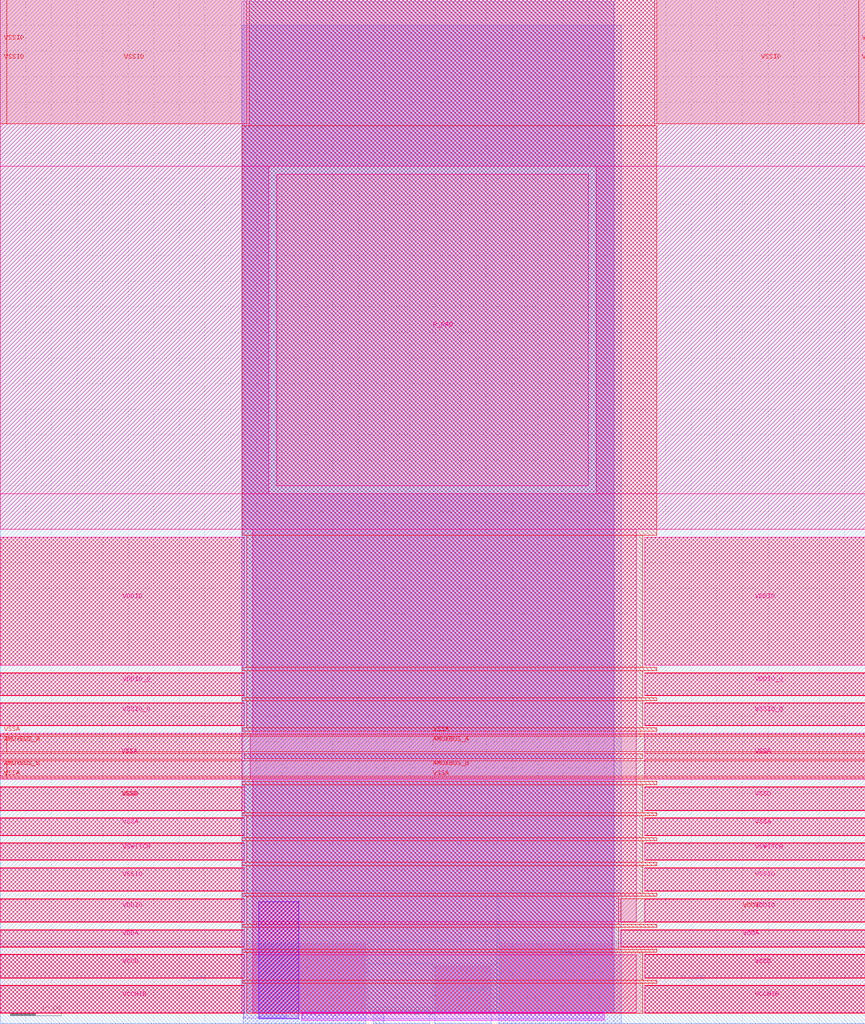
<source format=lef>
VERSION 5.7 ;
  NOWIREEXTENSIONATPIN ON ;
  DIVIDERCHAR "/" ;
  BUSBITCHARS "[]" ;
MACRO sky130_ef_io__top_power_hvc
  CLASS PAD POWER ;
  FOREIGN sky130_ef_io__top_power_hvc ;
  ORIGIN 0.000 -47.000 ;
  SIZE 169.000 BY 197.965 ;
  PIN AMUXBUS_A
    DIRECTION INOUT ;
    USE SIGNAL ;
    PORT
      LAYER met4 ;
        RECT 0.000 98.090 169.000 101.070 ;
    END
    PORT
      LAYER met4 ;
        RECT 0.000 98.090 1.270 101.070 ;
    END
  END AMUXBUS_A
  PIN AMUXBUS_B
    DIRECTION INOUT ;
    USE SIGNAL ;
    PORT
      LAYER met4 ;
        RECT 0.000 93.330 169.000 96.310 ;
    END
    PORT
      LAYER met4 ;
        RECT 0.000 93.330 1.270 96.310 ;
    END
  END AMUXBUS_B
  PIN DRN_HVC
    DIRECTION INOUT ;
    USE POWER ;
    PORT
      LAYER met2 ;
        RECT 97.390 44.965 121.290 70.625 ;
    END
    PORT
      LAYER met3 ;
        RECT 84.890 44.965 95.890 56.295 ;
    END
  END DRN_HVC
  PIN P_CORE
    DIRECTION INOUT ;
    USE POWER ;
    PORT
      LAYER met3 ;
        RECT 0.000 44.965 71.395 60.650 ;
    END
    PORT
      LAYER met3 ;
        RECT 97.390 44.965 169.000 60.650 ;
    END
  END P_CORE
  PIN P_PAD
    DIRECTION INOUT ;
    USE POWER ;
    PORT
      LAYER met5 ;
        RECT 54.050 150.085 114.890 210.910 ;
    END
  END P_PAD
  PIN SRC_BDY_HVC
    DIRECTION INOUT ;
    USE GROUND ;
    PORT
      LAYER met2 ;
        RECT 47.495 44.965 71.395 47.020 ;
    END
    PORT
      LAYER met3 ;
        RECT 72.895 44.965 83.895 47.690 ;
    END
  END SRC_BDY_HVC
  PIN VSSA
    DIRECTION INOUT ;
    USE GROUND ;
    PORT
      LAYER met5 ;
        RECT 125.885 92.700 169.000 101.700 ;
    END
    PORT
      LAYER met5 ;
        RECT 125.885 81.800 169.000 85.050 ;
    END
    PORT
      LAYER met4 ;
        RECT 125.885 96.610 169.000 97.790 ;
    END
    PORT
      LAYER met4 ;
        RECT 0.000 101.370 169.000 101.700 ;
    END
    PORT
      LAYER met4 ;
        RECT 0.000 92.700 169.000 93.030 ;
    END
    PORT
      LAYER met4 ;
        RECT 125.885 81.700 169.000 85.150 ;
    END
    PORT
      LAYER met5 ;
        RECT 0.000 92.700 47.240 101.700 ;
    END
    PORT
      LAYER met5 ;
        RECT 0.000 81.800 47.715 85.050 ;
    END
    PORT
      LAYER met4 ;
        RECT 0.000 92.700 1.270 93.030 ;
    END
    PORT
      LAYER met4 ;
        RECT 0.000 96.610 47.240 97.790 ;
    END
    PORT
      LAYER met4 ;
        RECT 0.000 101.370 1.270 101.700 ;
    END
    PORT
      LAYER met4 ;
        RECT 0.000 81.700 47.715 85.150 ;
    END
  END VSSA
  PIN VDDA
    DIRECTION INOUT ;
    USE POWER ;
    PORT
      LAYER met5 ;
        RECT 121.205 60.000 169.000 63.250 ;
    END
    PORT
      LAYER met4 ;
        RECT 121.205 59.900 169.000 63.350 ;
    END
    PORT
      LAYER met5 ;
        RECT 0.000 60.000 47.715 63.250 ;
    END
    PORT
      LAYER met4 ;
        RECT 0.000 59.900 47.715 63.350 ;
    END
  END VDDA
  PIN VSWITCH
    DIRECTION INOUT ;
    USE POWER ;
    PORT
      LAYER met5 ;
        RECT 125.885 76.950 169.000 80.200 ;
    END
    PORT
      LAYER met4 ;
        RECT 125.885 76.850 169.000 80.300 ;
    END
    PORT
      LAYER met5 ;
        RECT 0.000 76.950 47.715 80.200 ;
    END
    PORT
      LAYER met4 ;
        RECT 0.000 76.850 47.715 80.300 ;
    END
  END VSWITCH
  PIN VDDIO_Q
    DIRECTION INOUT ;
    USE POWER ;
    PORT
      LAYER met5 ;
        RECT 125.885 109.150 169.000 113.400 ;
    END
    PORT
      LAYER met4 ;
        RECT 125.885 109.050 169.000 113.500 ;
    END
    PORT
      LAYER met5 ;
        RECT 0.000 109.150 47.715 113.400 ;
    END
    PORT
      LAYER met4 ;
        RECT 0.000 109.050 47.715 113.500 ;
    END
  END VDDIO_Q
  PIN VCCHIB
    DIRECTION INOUT ;
    USE POWER ;
    PORT
      LAYER met5 ;
        RECT 125.885 47.100 169.000 52.350 ;
    END
    PORT
      LAYER met4 ;
        RECT 125.885 47.000 169.000 52.450 ;
    END
    PORT
      LAYER met5 ;
        RECT 0.000 47.100 47.715 52.350 ;
    END
    PORT
      LAYER met4 ;
        RECT 0.000 47.000 47.715 52.450 ;
    END
  END VCCHIB
  PIN VDDIO
    DIRECTION INOUT ;
    USE POWER ;
    PORT
      LAYER met5 ;
        RECT 125.885 115.000 169.000 139.950 ;
    END
    PORT
      LAYER met5 ;
        RECT 125.885 64.850 169.000 69.300 ;
    END
    PORT
      LAYER met4 ;
        RECT 121.205 64.750 169.000 69.400 ;
    END
    PORT
      LAYER met4 ;
        RECT 125.885 115.000 169.000 139.965 ;
    END
    PORT
      LAYER met5 ;
        RECT 0.000 115.000 47.715 139.950 ;
    END
    PORT
      LAYER met5 ;
        RECT 0.000 64.850 47.715 69.300 ;
    END
    PORT
      LAYER met4 ;
        RECT 0.000 64.750 47.715 69.400 ;
    END
    PORT
      LAYER met4 ;
        RECT 0.000 115.000 47.715 139.965 ;
    END
  END VDDIO
  PIN VCCD
    DIRECTION INOUT ;
    USE POWER ;
    PORT
      LAYER met5 ;
        RECT 125.885 53.950 169.000 58.400 ;
    END
    PORT
      LAYER met4 ;
        RECT 125.885 53.850 169.000 58.500 ;
    END
    PORT
      LAYER met5 ;
        RECT 0.000 53.950 47.715 58.400 ;
    END
    PORT
      LAYER met4 ;
        RECT 0.000 53.850 47.715 58.500 ;
    END
  END VCCD
  PIN VSSIO
    DIRECTION INOUT ;
    USE GROUND ;
    PORT
      LAYER met4 ;
        RECT 128.245 220.750 169.000 244.965 ;
    END
    PORT
      LAYER met4 ;
        RECT 168.360 236.565 168.370 236.575 ;
    END
    PORT
      LAYER met5 ;
        RECT 125.885 70.900 169.000 75.350 ;
    END
    PORT
      LAYER met4 ;
        RECT 125.885 70.800 169.000 75.450 ;
    END
    PORT
      LAYER met4 ;
        RECT 167.730 220.750 169.000 244.965 ;
    END
    PORT
      LAYER met4 ;
        RECT 0.000 220.750 48.205 244.965 ;
    END
    PORT
      LAYER met4 ;
        RECT 0.630 236.565 0.640 236.575 ;
    END
    PORT
      LAYER met5 ;
        RECT 0.000 70.900 47.715 75.350 ;
    END
    PORT
      LAYER met4 ;
        RECT 0.000 220.750 1.270 244.965 ;
    END
    PORT
      LAYER met4 ;
        RECT 0.000 70.800 47.715 75.450 ;
    END
  END VSSIO
  PIN VSSD
    DIRECTION INOUT ;
    USE GROUND ;
    PORT
      LAYER met5 ;
        RECT 125.885 86.650 169.000 91.100 ;
    END
    PORT
      LAYER met4 ;
        RECT 125.885 86.550 169.000 91.200 ;
    END
    PORT
      LAYER met5 ;
        RECT 0.000 86.650 47.715 91.100 ;
    END
    PORT
      LAYER met4 ;
        RECT 0.000 86.550 47.250 91.200 ;
    END
  END VSSD
  PIN VSSIO_Q
    DIRECTION INOUT ;
    USE GROUND ;
    PORT
      LAYER met5 ;
        RECT 125.885 103.300 169.000 107.550 ;
    END
    PORT
      LAYER met4 ;
        RECT 125.885 103.200 169.000 107.650 ;
    END
    PORT
      LAYER met5 ;
        RECT 0.000 103.300 47.715 107.550 ;
    END
    PORT
      LAYER met4 ;
        RECT 0.000 103.200 47.715 107.650 ;
    END
  END VSSIO_Q
  OBS
      LAYER pwell ;
        RECT 50.495 45.900 58.285 68.755 ;
      LAYER nwell ;
        RECT 58.860 45.650 117.965 47.170 ;
      LAYER li1 ;
        RECT 47.610 47.000 119.855 244.660 ;
        RECT 47.610 46.030 58.155 47.000 ;
        RECT 59.035 46.885 60.045 47.000 ;
        RECT 116.730 46.885 117.680 47.000 ;
        RECT 59.035 45.935 117.680 46.885 ;
      LAYER met1 ;
        RECT 47.185 47.000 119.915 244.690 ;
        RECT 50.625 46.095 55.855 47.000 ;
        RECT 59.035 46.885 60.350 47.000 ;
        POLYGON 60.350 47.000 60.465 46.885 60.350 46.885 ;
        POLYGON 116.540 47.000 116.540 46.885 116.425 46.885 ;
        RECT 116.540 46.885 117.680 47.000 ;
        RECT 59.035 45.935 117.680 46.885 ;
      LAYER met2 ;
        RECT 47.265 70.905 121.290 240.040 ;
        RECT 47.265 47.300 97.110 70.905 ;
        RECT 71.675 47.000 97.110 47.300 ;
        RECT 72.895 44.965 74.895 46.885 ;
      LAYER met3 ;
        RECT 0.000 61.050 169.000 244.965 ;
        RECT 71.795 56.695 96.990 61.050 ;
        RECT 71.795 48.090 84.490 56.695 ;
        RECT 71.795 47.690 72.495 48.090 ;
        RECT 84.295 47.690 84.490 48.090 ;
        RECT 96.290 47.690 96.990 56.695 ;
      LAYER met4 ;
        RECT 48.605 220.350 127.845 244.965 ;
        RECT 47.240 140.365 128.245 220.350 ;
        RECT 48.115 114.600 125.485 140.365 ;
        RECT 47.240 113.900 128.245 114.600 ;
        RECT 48.115 108.650 125.485 113.900 ;
        RECT 47.240 108.050 128.245 108.650 ;
        RECT 48.115 102.800 125.485 108.050 ;
        RECT 47.240 102.100 128.245 102.800 ;
        RECT 47.640 96.710 125.485 97.690 ;
        RECT 47.240 91.600 128.245 92.300 ;
        RECT 47.650 86.150 125.485 91.600 ;
        RECT 47.240 85.550 128.245 86.150 ;
        RECT 48.115 81.300 125.485 85.550 ;
        RECT 47.240 80.700 128.245 81.300 ;
        RECT 48.115 76.450 125.485 80.700 ;
        RECT 47.240 75.850 128.245 76.450 ;
        RECT 48.115 70.400 125.485 75.850 ;
        RECT 47.240 69.800 128.245 70.400 ;
        RECT 48.115 64.350 120.805 69.800 ;
        RECT 47.240 63.750 128.245 64.350 ;
        RECT 48.115 59.500 120.805 63.750 ;
        RECT 47.240 58.900 128.245 59.500 ;
        RECT 48.115 53.450 125.485 58.900 ;
        RECT 47.240 52.850 128.245 53.450 ;
        RECT 48.115 47.000 125.485 52.850 ;
      LAYER met5 ;
        RECT 0.000 212.510 169.000 244.965 ;
        RECT 0.000 148.485 52.450 212.510 ;
        RECT 116.490 148.485 169.000 212.510 ;
        RECT 0.000 141.550 169.000 148.485 ;
        RECT 49.315 101.700 124.285 141.550 ;
        RECT 48.840 92.700 124.285 101.700 ;
        RECT 49.315 64.850 124.285 92.700 ;
        RECT 49.315 58.400 119.605 64.850 ;
        RECT 49.315 47.100 124.285 58.400 ;
  END
END sky130_ef_io__top_power_hvc
END LIBRARY


</source>
